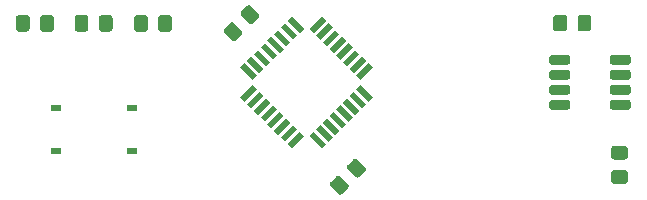
<source format=gbr>
G04 #@! TF.GenerationSoftware,KiCad,Pcbnew,(5.1.5-0-10_14)*
G04 #@! TF.CreationDate,2021-11-19T11:56:32-05:00*
G04 #@! TF.ProjectId,MinimalSAMD21,4d696e69-6d61-46c5-9341-4d4432312e6b,rev?*
G04 #@! TF.SameCoordinates,Original*
G04 #@! TF.FileFunction,Paste,Top*
G04 #@! TF.FilePolarity,Positive*
%FSLAX46Y46*%
G04 Gerber Fmt 4.6, Leading zero omitted, Abs format (unit mm)*
G04 Created by KiCad (PCBNEW (5.1.5-0-10_14)) date 2021-11-19 11:56:32*
%MOMM*%
%LPD*%
G04 APERTURE LIST*
%ADD10C,0.100000*%
%ADD11R,0.952500X0.558800*%
G04 APERTURE END LIST*
D10*
G36*
X167660900Y-87478412D02*
G01*
X167685168Y-87482012D01*
X167708967Y-87487973D01*
X167732066Y-87496238D01*
X167754245Y-87506728D01*
X167775288Y-87519340D01*
X167794994Y-87533955D01*
X167813172Y-87550431D01*
X168449569Y-88186828D01*
X168466045Y-88205006D01*
X168480660Y-88224712D01*
X168493272Y-88245755D01*
X168503762Y-88267934D01*
X168512027Y-88291033D01*
X168517988Y-88314832D01*
X168521588Y-88339100D01*
X168522792Y-88363604D01*
X168521588Y-88388108D01*
X168517988Y-88412376D01*
X168512027Y-88436175D01*
X168503762Y-88459274D01*
X168493272Y-88481453D01*
X168480660Y-88502496D01*
X168466045Y-88522202D01*
X168449569Y-88540380D01*
X167989948Y-89000001D01*
X167971770Y-89016477D01*
X167952064Y-89031092D01*
X167931021Y-89043704D01*
X167908842Y-89054194D01*
X167885743Y-89062459D01*
X167861944Y-89068420D01*
X167837676Y-89072020D01*
X167813172Y-89073224D01*
X167788668Y-89072020D01*
X167764400Y-89068420D01*
X167740601Y-89062459D01*
X167717502Y-89054194D01*
X167695323Y-89043704D01*
X167674280Y-89031092D01*
X167654574Y-89016477D01*
X167636396Y-89000001D01*
X166999999Y-88363604D01*
X166983523Y-88345426D01*
X166968908Y-88325720D01*
X166956296Y-88304677D01*
X166945806Y-88282498D01*
X166937541Y-88259399D01*
X166931580Y-88235600D01*
X166927980Y-88211332D01*
X166926776Y-88186828D01*
X166927980Y-88162324D01*
X166931580Y-88138056D01*
X166937541Y-88114257D01*
X166945806Y-88091158D01*
X166956296Y-88068979D01*
X166968908Y-88047936D01*
X166983523Y-88028230D01*
X166999999Y-88010052D01*
X167459620Y-87550431D01*
X167477798Y-87533955D01*
X167497504Y-87519340D01*
X167518547Y-87506728D01*
X167540726Y-87496238D01*
X167563825Y-87487973D01*
X167587624Y-87482012D01*
X167611892Y-87478412D01*
X167636396Y-87477208D01*
X167660900Y-87478412D01*
G37*
G36*
X166211332Y-88927980D02*
G01*
X166235600Y-88931580D01*
X166259399Y-88937541D01*
X166282498Y-88945806D01*
X166304677Y-88956296D01*
X166325720Y-88968908D01*
X166345426Y-88983523D01*
X166363604Y-88999999D01*
X167000001Y-89636396D01*
X167016477Y-89654574D01*
X167031092Y-89674280D01*
X167043704Y-89695323D01*
X167054194Y-89717502D01*
X167062459Y-89740601D01*
X167068420Y-89764400D01*
X167072020Y-89788668D01*
X167073224Y-89813172D01*
X167072020Y-89837676D01*
X167068420Y-89861944D01*
X167062459Y-89885743D01*
X167054194Y-89908842D01*
X167043704Y-89931021D01*
X167031092Y-89952064D01*
X167016477Y-89971770D01*
X167000001Y-89989948D01*
X166540380Y-90449569D01*
X166522202Y-90466045D01*
X166502496Y-90480660D01*
X166481453Y-90493272D01*
X166459274Y-90503762D01*
X166436175Y-90512027D01*
X166412376Y-90517988D01*
X166388108Y-90521588D01*
X166363604Y-90522792D01*
X166339100Y-90521588D01*
X166314832Y-90517988D01*
X166291033Y-90512027D01*
X166267934Y-90503762D01*
X166245755Y-90493272D01*
X166224712Y-90480660D01*
X166205006Y-90466045D01*
X166186828Y-90449569D01*
X165550431Y-89813172D01*
X165533955Y-89794994D01*
X165519340Y-89775288D01*
X165506728Y-89754245D01*
X165496238Y-89732066D01*
X165487973Y-89708967D01*
X165482012Y-89685168D01*
X165478412Y-89660900D01*
X165477208Y-89636396D01*
X165478412Y-89611892D01*
X165482012Y-89587624D01*
X165487973Y-89563825D01*
X165496238Y-89540726D01*
X165506728Y-89518547D01*
X165519340Y-89497504D01*
X165533955Y-89477798D01*
X165550431Y-89459620D01*
X166010052Y-88999999D01*
X166028230Y-88983523D01*
X166047936Y-88968908D01*
X166068979Y-88956296D01*
X166091158Y-88945806D01*
X166114257Y-88937541D01*
X166138056Y-88931580D01*
X166162324Y-88927980D01*
X166186828Y-88926776D01*
X166211332Y-88927980D01*
G37*
D11*
X151326650Y-96161800D03*
X151326650Y-99870200D03*
X157689350Y-99870200D03*
X157689350Y-96161800D03*
D10*
G36*
X155857505Y-88317204D02*
G01*
X155881773Y-88320804D01*
X155905572Y-88326765D01*
X155928671Y-88335030D01*
X155950850Y-88345520D01*
X155971893Y-88358132D01*
X155991599Y-88372747D01*
X156009777Y-88389223D01*
X156026253Y-88407401D01*
X156040868Y-88427107D01*
X156053480Y-88448150D01*
X156063970Y-88470329D01*
X156072235Y-88493428D01*
X156078196Y-88517227D01*
X156081796Y-88541495D01*
X156083000Y-88565999D01*
X156083000Y-89466001D01*
X156081796Y-89490505D01*
X156078196Y-89514773D01*
X156072235Y-89538572D01*
X156063970Y-89561671D01*
X156053480Y-89583850D01*
X156040868Y-89604893D01*
X156026253Y-89624599D01*
X156009777Y-89642777D01*
X155991599Y-89659253D01*
X155971893Y-89673868D01*
X155950850Y-89686480D01*
X155928671Y-89696970D01*
X155905572Y-89705235D01*
X155881773Y-89711196D01*
X155857505Y-89714796D01*
X155833001Y-89716000D01*
X155182999Y-89716000D01*
X155158495Y-89714796D01*
X155134227Y-89711196D01*
X155110428Y-89705235D01*
X155087329Y-89696970D01*
X155065150Y-89686480D01*
X155044107Y-89673868D01*
X155024401Y-89659253D01*
X155006223Y-89642777D01*
X154989747Y-89624599D01*
X154975132Y-89604893D01*
X154962520Y-89583850D01*
X154952030Y-89561671D01*
X154943765Y-89538572D01*
X154937804Y-89514773D01*
X154934204Y-89490505D01*
X154933000Y-89466001D01*
X154933000Y-88565999D01*
X154934204Y-88541495D01*
X154937804Y-88517227D01*
X154943765Y-88493428D01*
X154952030Y-88470329D01*
X154962520Y-88448150D01*
X154975132Y-88427107D01*
X154989747Y-88407401D01*
X155006223Y-88389223D01*
X155024401Y-88372747D01*
X155044107Y-88358132D01*
X155065150Y-88345520D01*
X155087329Y-88335030D01*
X155110428Y-88326765D01*
X155134227Y-88320804D01*
X155158495Y-88317204D01*
X155182999Y-88316000D01*
X155833001Y-88316000D01*
X155857505Y-88317204D01*
G37*
G36*
X153807505Y-88317204D02*
G01*
X153831773Y-88320804D01*
X153855572Y-88326765D01*
X153878671Y-88335030D01*
X153900850Y-88345520D01*
X153921893Y-88358132D01*
X153941599Y-88372747D01*
X153959777Y-88389223D01*
X153976253Y-88407401D01*
X153990868Y-88427107D01*
X154003480Y-88448150D01*
X154013970Y-88470329D01*
X154022235Y-88493428D01*
X154028196Y-88517227D01*
X154031796Y-88541495D01*
X154033000Y-88565999D01*
X154033000Y-89466001D01*
X154031796Y-89490505D01*
X154028196Y-89514773D01*
X154022235Y-89538572D01*
X154013970Y-89561671D01*
X154003480Y-89583850D01*
X153990868Y-89604893D01*
X153976253Y-89624599D01*
X153959777Y-89642777D01*
X153941599Y-89659253D01*
X153921893Y-89673868D01*
X153900850Y-89686480D01*
X153878671Y-89696970D01*
X153855572Y-89705235D01*
X153831773Y-89711196D01*
X153807505Y-89714796D01*
X153783001Y-89716000D01*
X153132999Y-89716000D01*
X153108495Y-89714796D01*
X153084227Y-89711196D01*
X153060428Y-89705235D01*
X153037329Y-89696970D01*
X153015150Y-89686480D01*
X152994107Y-89673868D01*
X152974401Y-89659253D01*
X152956223Y-89642777D01*
X152939747Y-89624599D01*
X152925132Y-89604893D01*
X152912520Y-89583850D01*
X152902030Y-89561671D01*
X152893765Y-89538572D01*
X152887804Y-89514773D01*
X152884204Y-89490505D01*
X152883000Y-89466001D01*
X152883000Y-88565999D01*
X152884204Y-88541495D01*
X152887804Y-88517227D01*
X152893765Y-88493428D01*
X152902030Y-88470329D01*
X152912520Y-88448150D01*
X152925132Y-88427107D01*
X152939747Y-88407401D01*
X152956223Y-88389223D01*
X152974401Y-88372747D01*
X152994107Y-88358132D01*
X153015150Y-88345520D01*
X153037329Y-88335030D01*
X153060428Y-88326765D01*
X153084227Y-88320804D01*
X153108495Y-88317204D01*
X153132999Y-88316000D01*
X153783001Y-88316000D01*
X153807505Y-88317204D01*
G37*
G36*
X150882505Y-88317204D02*
G01*
X150906773Y-88320804D01*
X150930572Y-88326765D01*
X150953671Y-88335030D01*
X150975850Y-88345520D01*
X150996893Y-88358132D01*
X151016599Y-88372747D01*
X151034777Y-88389223D01*
X151051253Y-88407401D01*
X151065868Y-88427107D01*
X151078480Y-88448150D01*
X151088970Y-88470329D01*
X151097235Y-88493428D01*
X151103196Y-88517227D01*
X151106796Y-88541495D01*
X151108000Y-88565999D01*
X151108000Y-89466001D01*
X151106796Y-89490505D01*
X151103196Y-89514773D01*
X151097235Y-89538572D01*
X151088970Y-89561671D01*
X151078480Y-89583850D01*
X151065868Y-89604893D01*
X151051253Y-89624599D01*
X151034777Y-89642777D01*
X151016599Y-89659253D01*
X150996893Y-89673868D01*
X150975850Y-89686480D01*
X150953671Y-89696970D01*
X150930572Y-89705235D01*
X150906773Y-89711196D01*
X150882505Y-89714796D01*
X150858001Y-89716000D01*
X150207999Y-89716000D01*
X150183495Y-89714796D01*
X150159227Y-89711196D01*
X150135428Y-89705235D01*
X150112329Y-89696970D01*
X150090150Y-89686480D01*
X150069107Y-89673868D01*
X150049401Y-89659253D01*
X150031223Y-89642777D01*
X150014747Y-89624599D01*
X150000132Y-89604893D01*
X149987520Y-89583850D01*
X149977030Y-89561671D01*
X149968765Y-89538572D01*
X149962804Y-89514773D01*
X149959204Y-89490505D01*
X149958000Y-89466001D01*
X149958000Y-88565999D01*
X149959204Y-88541495D01*
X149962804Y-88517227D01*
X149968765Y-88493428D01*
X149977030Y-88470329D01*
X149987520Y-88448150D01*
X150000132Y-88427107D01*
X150014747Y-88407401D01*
X150031223Y-88389223D01*
X150049401Y-88372747D01*
X150069107Y-88358132D01*
X150090150Y-88345520D01*
X150112329Y-88335030D01*
X150135428Y-88326765D01*
X150159227Y-88320804D01*
X150183495Y-88317204D01*
X150207999Y-88316000D01*
X150858001Y-88316000D01*
X150882505Y-88317204D01*
G37*
G36*
X148832505Y-88317204D02*
G01*
X148856773Y-88320804D01*
X148880572Y-88326765D01*
X148903671Y-88335030D01*
X148925850Y-88345520D01*
X148946893Y-88358132D01*
X148966599Y-88372747D01*
X148984777Y-88389223D01*
X149001253Y-88407401D01*
X149015868Y-88427107D01*
X149028480Y-88448150D01*
X149038970Y-88470329D01*
X149047235Y-88493428D01*
X149053196Y-88517227D01*
X149056796Y-88541495D01*
X149058000Y-88565999D01*
X149058000Y-89466001D01*
X149056796Y-89490505D01*
X149053196Y-89514773D01*
X149047235Y-89538572D01*
X149038970Y-89561671D01*
X149028480Y-89583850D01*
X149015868Y-89604893D01*
X149001253Y-89624599D01*
X148984777Y-89642777D01*
X148966599Y-89659253D01*
X148946893Y-89673868D01*
X148925850Y-89686480D01*
X148903671Y-89696970D01*
X148880572Y-89705235D01*
X148856773Y-89711196D01*
X148832505Y-89714796D01*
X148808001Y-89716000D01*
X148157999Y-89716000D01*
X148133495Y-89714796D01*
X148109227Y-89711196D01*
X148085428Y-89705235D01*
X148062329Y-89696970D01*
X148040150Y-89686480D01*
X148019107Y-89673868D01*
X147999401Y-89659253D01*
X147981223Y-89642777D01*
X147964747Y-89624599D01*
X147950132Y-89604893D01*
X147937520Y-89583850D01*
X147927030Y-89561671D01*
X147918765Y-89538572D01*
X147912804Y-89514773D01*
X147909204Y-89490505D01*
X147908000Y-89466001D01*
X147908000Y-88565999D01*
X147909204Y-88541495D01*
X147912804Y-88517227D01*
X147918765Y-88493428D01*
X147927030Y-88470329D01*
X147937520Y-88448150D01*
X147950132Y-88427107D01*
X147964747Y-88407401D01*
X147981223Y-88389223D01*
X147999401Y-88372747D01*
X148019107Y-88358132D01*
X148040150Y-88345520D01*
X148062329Y-88335030D01*
X148085428Y-88326765D01*
X148109227Y-88320804D01*
X148133495Y-88317204D01*
X148157999Y-88316000D01*
X148808001Y-88316000D01*
X148832505Y-88317204D01*
G37*
G36*
X176660900Y-100478412D02*
G01*
X176685168Y-100482012D01*
X176708967Y-100487973D01*
X176732066Y-100496238D01*
X176754245Y-100506728D01*
X176775288Y-100519340D01*
X176794994Y-100533955D01*
X176813172Y-100550431D01*
X177449569Y-101186828D01*
X177466045Y-101205006D01*
X177480660Y-101224712D01*
X177493272Y-101245755D01*
X177503762Y-101267934D01*
X177512027Y-101291033D01*
X177517988Y-101314832D01*
X177521588Y-101339100D01*
X177522792Y-101363604D01*
X177521588Y-101388108D01*
X177517988Y-101412376D01*
X177512027Y-101436175D01*
X177503762Y-101459274D01*
X177493272Y-101481453D01*
X177480660Y-101502496D01*
X177466045Y-101522202D01*
X177449569Y-101540380D01*
X176989948Y-102000001D01*
X176971770Y-102016477D01*
X176952064Y-102031092D01*
X176931021Y-102043704D01*
X176908842Y-102054194D01*
X176885743Y-102062459D01*
X176861944Y-102068420D01*
X176837676Y-102072020D01*
X176813172Y-102073224D01*
X176788668Y-102072020D01*
X176764400Y-102068420D01*
X176740601Y-102062459D01*
X176717502Y-102054194D01*
X176695323Y-102043704D01*
X176674280Y-102031092D01*
X176654574Y-102016477D01*
X176636396Y-102000001D01*
X175999999Y-101363604D01*
X175983523Y-101345426D01*
X175968908Y-101325720D01*
X175956296Y-101304677D01*
X175945806Y-101282498D01*
X175937541Y-101259399D01*
X175931580Y-101235600D01*
X175927980Y-101211332D01*
X175926776Y-101186828D01*
X175927980Y-101162324D01*
X175931580Y-101138056D01*
X175937541Y-101114257D01*
X175945806Y-101091158D01*
X175956296Y-101068979D01*
X175968908Y-101047936D01*
X175983523Y-101028230D01*
X175999999Y-101010052D01*
X176459620Y-100550431D01*
X176477798Y-100533955D01*
X176497504Y-100519340D01*
X176518547Y-100506728D01*
X176540726Y-100496238D01*
X176563825Y-100487973D01*
X176587624Y-100482012D01*
X176611892Y-100478412D01*
X176636396Y-100477208D01*
X176660900Y-100478412D01*
G37*
G36*
X175211332Y-101927980D02*
G01*
X175235600Y-101931580D01*
X175259399Y-101937541D01*
X175282498Y-101945806D01*
X175304677Y-101956296D01*
X175325720Y-101968908D01*
X175345426Y-101983523D01*
X175363604Y-101999999D01*
X176000001Y-102636396D01*
X176016477Y-102654574D01*
X176031092Y-102674280D01*
X176043704Y-102695323D01*
X176054194Y-102717502D01*
X176062459Y-102740601D01*
X176068420Y-102764400D01*
X176072020Y-102788668D01*
X176073224Y-102813172D01*
X176072020Y-102837676D01*
X176068420Y-102861944D01*
X176062459Y-102885743D01*
X176054194Y-102908842D01*
X176043704Y-102931021D01*
X176031092Y-102952064D01*
X176016477Y-102971770D01*
X176000001Y-102989948D01*
X175540380Y-103449569D01*
X175522202Y-103466045D01*
X175502496Y-103480660D01*
X175481453Y-103493272D01*
X175459274Y-103503762D01*
X175436175Y-103512027D01*
X175412376Y-103517988D01*
X175388108Y-103521588D01*
X175363604Y-103522792D01*
X175339100Y-103521588D01*
X175314832Y-103517988D01*
X175291033Y-103512027D01*
X175267934Y-103503762D01*
X175245755Y-103493272D01*
X175224712Y-103480660D01*
X175205006Y-103466045D01*
X175186828Y-103449569D01*
X174550431Y-102813172D01*
X174533955Y-102794994D01*
X174519340Y-102775288D01*
X174506728Y-102754245D01*
X174496238Y-102732066D01*
X174487973Y-102708967D01*
X174482012Y-102685168D01*
X174478412Y-102660900D01*
X174477208Y-102636396D01*
X174478412Y-102611892D01*
X174482012Y-102587624D01*
X174487973Y-102563825D01*
X174496238Y-102540726D01*
X174506728Y-102518547D01*
X174519340Y-102497504D01*
X174533955Y-102477798D01*
X174550431Y-102459620D01*
X175010052Y-101999999D01*
X175028230Y-101983523D01*
X175047936Y-101968908D01*
X175068979Y-101956296D01*
X175091158Y-101945806D01*
X175114257Y-101937541D01*
X175138056Y-101931580D01*
X175162324Y-101927980D01*
X175186828Y-101926776D01*
X175211332Y-101927980D01*
G37*
G36*
X160882505Y-88317204D02*
G01*
X160906773Y-88320804D01*
X160930572Y-88326765D01*
X160953671Y-88335030D01*
X160975850Y-88345520D01*
X160996893Y-88358132D01*
X161016599Y-88372747D01*
X161034777Y-88389223D01*
X161051253Y-88407401D01*
X161065868Y-88427107D01*
X161078480Y-88448150D01*
X161088970Y-88470329D01*
X161097235Y-88493428D01*
X161103196Y-88517227D01*
X161106796Y-88541495D01*
X161108000Y-88565999D01*
X161108000Y-89466001D01*
X161106796Y-89490505D01*
X161103196Y-89514773D01*
X161097235Y-89538572D01*
X161088970Y-89561671D01*
X161078480Y-89583850D01*
X161065868Y-89604893D01*
X161051253Y-89624599D01*
X161034777Y-89642777D01*
X161016599Y-89659253D01*
X160996893Y-89673868D01*
X160975850Y-89686480D01*
X160953671Y-89696970D01*
X160930572Y-89705235D01*
X160906773Y-89711196D01*
X160882505Y-89714796D01*
X160858001Y-89716000D01*
X160207999Y-89716000D01*
X160183495Y-89714796D01*
X160159227Y-89711196D01*
X160135428Y-89705235D01*
X160112329Y-89696970D01*
X160090150Y-89686480D01*
X160069107Y-89673868D01*
X160049401Y-89659253D01*
X160031223Y-89642777D01*
X160014747Y-89624599D01*
X160000132Y-89604893D01*
X159987520Y-89583850D01*
X159977030Y-89561671D01*
X159968765Y-89538572D01*
X159962804Y-89514773D01*
X159959204Y-89490505D01*
X159958000Y-89466001D01*
X159958000Y-88565999D01*
X159959204Y-88541495D01*
X159962804Y-88517227D01*
X159968765Y-88493428D01*
X159977030Y-88470329D01*
X159987520Y-88448150D01*
X160000132Y-88427107D01*
X160014747Y-88407401D01*
X160031223Y-88389223D01*
X160049401Y-88372747D01*
X160069107Y-88358132D01*
X160090150Y-88345520D01*
X160112329Y-88335030D01*
X160135428Y-88326765D01*
X160159227Y-88320804D01*
X160183495Y-88317204D01*
X160207999Y-88316000D01*
X160858001Y-88316000D01*
X160882505Y-88317204D01*
G37*
G36*
X158832505Y-88317204D02*
G01*
X158856773Y-88320804D01*
X158880572Y-88326765D01*
X158903671Y-88335030D01*
X158925850Y-88345520D01*
X158946893Y-88358132D01*
X158966599Y-88372747D01*
X158984777Y-88389223D01*
X159001253Y-88407401D01*
X159015868Y-88427107D01*
X159028480Y-88448150D01*
X159038970Y-88470329D01*
X159047235Y-88493428D01*
X159053196Y-88517227D01*
X159056796Y-88541495D01*
X159058000Y-88565999D01*
X159058000Y-89466001D01*
X159056796Y-89490505D01*
X159053196Y-89514773D01*
X159047235Y-89538572D01*
X159038970Y-89561671D01*
X159028480Y-89583850D01*
X159015868Y-89604893D01*
X159001253Y-89624599D01*
X158984777Y-89642777D01*
X158966599Y-89659253D01*
X158946893Y-89673868D01*
X158925850Y-89686480D01*
X158903671Y-89696970D01*
X158880572Y-89705235D01*
X158856773Y-89711196D01*
X158832505Y-89714796D01*
X158808001Y-89716000D01*
X158157999Y-89716000D01*
X158133495Y-89714796D01*
X158109227Y-89711196D01*
X158085428Y-89705235D01*
X158062329Y-89696970D01*
X158040150Y-89686480D01*
X158019107Y-89673868D01*
X157999401Y-89659253D01*
X157981223Y-89642777D01*
X157964747Y-89624599D01*
X157950132Y-89604893D01*
X157937520Y-89583850D01*
X157927030Y-89561671D01*
X157918765Y-89538572D01*
X157912804Y-89514773D01*
X157909204Y-89490505D01*
X157908000Y-89466001D01*
X157908000Y-88565999D01*
X157909204Y-88541495D01*
X157912804Y-88517227D01*
X157918765Y-88493428D01*
X157927030Y-88470329D01*
X157937520Y-88448150D01*
X157950132Y-88427107D01*
X157964747Y-88407401D01*
X157981223Y-88389223D01*
X157999401Y-88372747D01*
X158019107Y-88358132D01*
X158040150Y-88345520D01*
X158062329Y-88335030D01*
X158085428Y-88326765D01*
X158109227Y-88320804D01*
X158133495Y-88317204D01*
X158157999Y-88316000D01*
X158808001Y-88316000D01*
X158832505Y-88317204D01*
G37*
G36*
X168315990Y-94607424D02*
G01*
X167274280Y-95649134D01*
X166915070Y-95289924D01*
X167956780Y-94248214D01*
X168315990Y-94607424D01*
G37*
G36*
X168881674Y-95173108D02*
G01*
X167839964Y-96214818D01*
X167480754Y-95855608D01*
X168522464Y-94813898D01*
X168881674Y-95173108D01*
G37*
G36*
X169447360Y-95738794D02*
G01*
X168405650Y-96780504D01*
X168046440Y-96421294D01*
X169088150Y-95379584D01*
X169447360Y-95738794D01*
G37*
G36*
X170013046Y-96304480D02*
G01*
X168971336Y-97346190D01*
X168612126Y-96986980D01*
X169653836Y-95945270D01*
X170013046Y-96304480D01*
G37*
G36*
X170578730Y-96870164D02*
G01*
X169537020Y-97911874D01*
X169177810Y-97552664D01*
X170219520Y-96510954D01*
X170578730Y-96870164D01*
G37*
G36*
X171144416Y-97435850D02*
G01*
X170102706Y-98477560D01*
X169743496Y-98118350D01*
X170785206Y-97076640D01*
X171144416Y-97435850D01*
G37*
G36*
X171710101Y-98001535D02*
G01*
X170668391Y-99043245D01*
X170309181Y-98684035D01*
X171350891Y-97642325D01*
X171710101Y-98001535D01*
G37*
G36*
X172275786Y-98567220D02*
G01*
X171234076Y-99608930D01*
X170874866Y-99249720D01*
X171916576Y-98208010D01*
X172275786Y-98567220D01*
G37*
G36*
X173781924Y-99608930D02*
G01*
X172740214Y-98567220D01*
X173099424Y-98208010D01*
X174141134Y-99249720D01*
X173781924Y-99608930D01*
G37*
G36*
X174347608Y-99043246D02*
G01*
X173305898Y-98001536D01*
X173665108Y-97642326D01*
X174706818Y-98684036D01*
X174347608Y-99043246D01*
G37*
G36*
X174913294Y-98477560D02*
G01*
X173871584Y-97435850D01*
X174230794Y-97076640D01*
X175272504Y-98118350D01*
X174913294Y-98477560D01*
G37*
G36*
X175478980Y-97911874D02*
G01*
X174437270Y-96870164D01*
X174796480Y-96510954D01*
X175838190Y-97552664D01*
X175478980Y-97911874D01*
G37*
G36*
X176044664Y-97346190D02*
G01*
X175002954Y-96304480D01*
X175362164Y-95945270D01*
X176403874Y-96986980D01*
X176044664Y-97346190D01*
G37*
G36*
X176610350Y-96780504D02*
G01*
X175568640Y-95738794D01*
X175927850Y-95379584D01*
X176969560Y-96421294D01*
X176610350Y-96780504D01*
G37*
G36*
X177176035Y-96214819D02*
G01*
X176134325Y-95173109D01*
X176493535Y-94813899D01*
X177535245Y-95855609D01*
X177176035Y-96214819D01*
G37*
G36*
X177741720Y-95649134D02*
G01*
X176700010Y-94607424D01*
X177059220Y-94248214D01*
X178100930Y-95289924D01*
X177741720Y-95649134D01*
G37*
G36*
X178100930Y-92742076D02*
G01*
X177059220Y-93783786D01*
X176700010Y-93424576D01*
X177741720Y-92382866D01*
X178100930Y-92742076D01*
G37*
G36*
X177535246Y-92176392D02*
G01*
X176493536Y-93218102D01*
X176134326Y-92858892D01*
X177176036Y-91817182D01*
X177535246Y-92176392D01*
G37*
G36*
X176969560Y-91610706D02*
G01*
X175927850Y-92652416D01*
X175568640Y-92293206D01*
X176610350Y-91251496D01*
X176969560Y-91610706D01*
G37*
G36*
X176403874Y-91045020D02*
G01*
X175362164Y-92086730D01*
X175002954Y-91727520D01*
X176044664Y-90685810D01*
X176403874Y-91045020D01*
G37*
G36*
X175838190Y-90479336D02*
G01*
X174796480Y-91521046D01*
X174437270Y-91161836D01*
X175478980Y-90120126D01*
X175838190Y-90479336D01*
G37*
G36*
X175272504Y-89913650D02*
G01*
X174230794Y-90955360D01*
X173871584Y-90596150D01*
X174913294Y-89554440D01*
X175272504Y-89913650D01*
G37*
G36*
X174706819Y-89347965D02*
G01*
X173665109Y-90389675D01*
X173305899Y-90030465D01*
X174347609Y-88988755D01*
X174706819Y-89347965D01*
G37*
G36*
X174141134Y-88782280D02*
G01*
X173099424Y-89823990D01*
X172740214Y-89464780D01*
X173781924Y-88423070D01*
X174141134Y-88782280D01*
G37*
G36*
X171916576Y-89823990D02*
G01*
X170874866Y-88782280D01*
X171234076Y-88423070D01*
X172275786Y-89464780D01*
X171916576Y-89823990D01*
G37*
G36*
X171350892Y-90389674D02*
G01*
X170309182Y-89347964D01*
X170668392Y-88988754D01*
X171710102Y-90030464D01*
X171350892Y-90389674D01*
G37*
G36*
X170785206Y-90955360D02*
G01*
X169743496Y-89913650D01*
X170102706Y-89554440D01*
X171144416Y-90596150D01*
X170785206Y-90955360D01*
G37*
G36*
X170219520Y-91521046D02*
G01*
X169177810Y-90479336D01*
X169537020Y-90120126D01*
X170578730Y-91161836D01*
X170219520Y-91521046D01*
G37*
G36*
X169653836Y-92086730D02*
G01*
X168612126Y-91045020D01*
X168971336Y-90685810D01*
X170013046Y-91727520D01*
X169653836Y-92086730D01*
G37*
G36*
X169088150Y-92652416D02*
G01*
X168046440Y-91610706D01*
X168405650Y-91251496D01*
X169447360Y-92293206D01*
X169088150Y-92652416D01*
G37*
G36*
X168522465Y-93218101D02*
G01*
X167480755Y-92176391D01*
X167839965Y-91817181D01*
X168881675Y-92858891D01*
X168522465Y-93218101D01*
G37*
G36*
X167956780Y-93783786D02*
G01*
X166915070Y-92742076D01*
X167274280Y-92382866D01*
X168315990Y-93424576D01*
X167956780Y-93783786D01*
G37*
G36*
X199777603Y-91711963D02*
G01*
X199797018Y-91714843D01*
X199816057Y-91719612D01*
X199834537Y-91726224D01*
X199852279Y-91734616D01*
X199869114Y-91744706D01*
X199884879Y-91756398D01*
X199899421Y-91769579D01*
X199912602Y-91784121D01*
X199924294Y-91799886D01*
X199934384Y-91816721D01*
X199942776Y-91834463D01*
X199949388Y-91852943D01*
X199954157Y-91871982D01*
X199957037Y-91891397D01*
X199958000Y-91911000D01*
X199958000Y-92311000D01*
X199957037Y-92330603D01*
X199954157Y-92350018D01*
X199949388Y-92369057D01*
X199942776Y-92387537D01*
X199934384Y-92405279D01*
X199924294Y-92422114D01*
X199912602Y-92437879D01*
X199899421Y-92452421D01*
X199884879Y-92465602D01*
X199869114Y-92477294D01*
X199852279Y-92487384D01*
X199834537Y-92495776D01*
X199816057Y-92502388D01*
X199797018Y-92507157D01*
X199777603Y-92510037D01*
X199758000Y-92511000D01*
X198408000Y-92511000D01*
X198388397Y-92510037D01*
X198368982Y-92507157D01*
X198349943Y-92502388D01*
X198331463Y-92495776D01*
X198313721Y-92487384D01*
X198296886Y-92477294D01*
X198281121Y-92465602D01*
X198266579Y-92452421D01*
X198253398Y-92437879D01*
X198241706Y-92422114D01*
X198231616Y-92405279D01*
X198223224Y-92387537D01*
X198216612Y-92369057D01*
X198211843Y-92350018D01*
X198208963Y-92330603D01*
X198208000Y-92311000D01*
X198208000Y-91911000D01*
X198208963Y-91891397D01*
X198211843Y-91871982D01*
X198216612Y-91852943D01*
X198223224Y-91834463D01*
X198231616Y-91816721D01*
X198241706Y-91799886D01*
X198253398Y-91784121D01*
X198266579Y-91769579D01*
X198281121Y-91756398D01*
X198296886Y-91744706D01*
X198313721Y-91734616D01*
X198331463Y-91726224D01*
X198349943Y-91719612D01*
X198368982Y-91714843D01*
X198388397Y-91711963D01*
X198408000Y-91711000D01*
X199758000Y-91711000D01*
X199777603Y-91711963D01*
G37*
G36*
X199777603Y-92981963D02*
G01*
X199797018Y-92984843D01*
X199816057Y-92989612D01*
X199834537Y-92996224D01*
X199852279Y-93004616D01*
X199869114Y-93014706D01*
X199884879Y-93026398D01*
X199899421Y-93039579D01*
X199912602Y-93054121D01*
X199924294Y-93069886D01*
X199934384Y-93086721D01*
X199942776Y-93104463D01*
X199949388Y-93122943D01*
X199954157Y-93141982D01*
X199957037Y-93161397D01*
X199958000Y-93181000D01*
X199958000Y-93581000D01*
X199957037Y-93600603D01*
X199954157Y-93620018D01*
X199949388Y-93639057D01*
X199942776Y-93657537D01*
X199934384Y-93675279D01*
X199924294Y-93692114D01*
X199912602Y-93707879D01*
X199899421Y-93722421D01*
X199884879Y-93735602D01*
X199869114Y-93747294D01*
X199852279Y-93757384D01*
X199834537Y-93765776D01*
X199816057Y-93772388D01*
X199797018Y-93777157D01*
X199777603Y-93780037D01*
X199758000Y-93781000D01*
X198408000Y-93781000D01*
X198388397Y-93780037D01*
X198368982Y-93777157D01*
X198349943Y-93772388D01*
X198331463Y-93765776D01*
X198313721Y-93757384D01*
X198296886Y-93747294D01*
X198281121Y-93735602D01*
X198266579Y-93722421D01*
X198253398Y-93707879D01*
X198241706Y-93692114D01*
X198231616Y-93675279D01*
X198223224Y-93657537D01*
X198216612Y-93639057D01*
X198211843Y-93620018D01*
X198208963Y-93600603D01*
X198208000Y-93581000D01*
X198208000Y-93181000D01*
X198208963Y-93161397D01*
X198211843Y-93141982D01*
X198216612Y-93122943D01*
X198223224Y-93104463D01*
X198231616Y-93086721D01*
X198241706Y-93069886D01*
X198253398Y-93054121D01*
X198266579Y-93039579D01*
X198281121Y-93026398D01*
X198296886Y-93014706D01*
X198313721Y-93004616D01*
X198331463Y-92996224D01*
X198349943Y-92989612D01*
X198368982Y-92984843D01*
X198388397Y-92981963D01*
X198408000Y-92981000D01*
X199758000Y-92981000D01*
X199777603Y-92981963D01*
G37*
G36*
X199777603Y-94251963D02*
G01*
X199797018Y-94254843D01*
X199816057Y-94259612D01*
X199834537Y-94266224D01*
X199852279Y-94274616D01*
X199869114Y-94284706D01*
X199884879Y-94296398D01*
X199899421Y-94309579D01*
X199912602Y-94324121D01*
X199924294Y-94339886D01*
X199934384Y-94356721D01*
X199942776Y-94374463D01*
X199949388Y-94392943D01*
X199954157Y-94411982D01*
X199957037Y-94431397D01*
X199958000Y-94451000D01*
X199958000Y-94851000D01*
X199957037Y-94870603D01*
X199954157Y-94890018D01*
X199949388Y-94909057D01*
X199942776Y-94927537D01*
X199934384Y-94945279D01*
X199924294Y-94962114D01*
X199912602Y-94977879D01*
X199899421Y-94992421D01*
X199884879Y-95005602D01*
X199869114Y-95017294D01*
X199852279Y-95027384D01*
X199834537Y-95035776D01*
X199816057Y-95042388D01*
X199797018Y-95047157D01*
X199777603Y-95050037D01*
X199758000Y-95051000D01*
X198408000Y-95051000D01*
X198388397Y-95050037D01*
X198368982Y-95047157D01*
X198349943Y-95042388D01*
X198331463Y-95035776D01*
X198313721Y-95027384D01*
X198296886Y-95017294D01*
X198281121Y-95005602D01*
X198266579Y-94992421D01*
X198253398Y-94977879D01*
X198241706Y-94962114D01*
X198231616Y-94945279D01*
X198223224Y-94927537D01*
X198216612Y-94909057D01*
X198211843Y-94890018D01*
X198208963Y-94870603D01*
X198208000Y-94851000D01*
X198208000Y-94451000D01*
X198208963Y-94431397D01*
X198211843Y-94411982D01*
X198216612Y-94392943D01*
X198223224Y-94374463D01*
X198231616Y-94356721D01*
X198241706Y-94339886D01*
X198253398Y-94324121D01*
X198266579Y-94309579D01*
X198281121Y-94296398D01*
X198296886Y-94284706D01*
X198313721Y-94274616D01*
X198331463Y-94266224D01*
X198349943Y-94259612D01*
X198368982Y-94254843D01*
X198388397Y-94251963D01*
X198408000Y-94251000D01*
X199758000Y-94251000D01*
X199777603Y-94251963D01*
G37*
G36*
X199777603Y-95521963D02*
G01*
X199797018Y-95524843D01*
X199816057Y-95529612D01*
X199834537Y-95536224D01*
X199852279Y-95544616D01*
X199869114Y-95554706D01*
X199884879Y-95566398D01*
X199899421Y-95579579D01*
X199912602Y-95594121D01*
X199924294Y-95609886D01*
X199934384Y-95626721D01*
X199942776Y-95644463D01*
X199949388Y-95662943D01*
X199954157Y-95681982D01*
X199957037Y-95701397D01*
X199958000Y-95721000D01*
X199958000Y-96121000D01*
X199957037Y-96140603D01*
X199954157Y-96160018D01*
X199949388Y-96179057D01*
X199942776Y-96197537D01*
X199934384Y-96215279D01*
X199924294Y-96232114D01*
X199912602Y-96247879D01*
X199899421Y-96262421D01*
X199884879Y-96275602D01*
X199869114Y-96287294D01*
X199852279Y-96297384D01*
X199834537Y-96305776D01*
X199816057Y-96312388D01*
X199797018Y-96317157D01*
X199777603Y-96320037D01*
X199758000Y-96321000D01*
X198408000Y-96321000D01*
X198388397Y-96320037D01*
X198368982Y-96317157D01*
X198349943Y-96312388D01*
X198331463Y-96305776D01*
X198313721Y-96297384D01*
X198296886Y-96287294D01*
X198281121Y-96275602D01*
X198266579Y-96262421D01*
X198253398Y-96247879D01*
X198241706Y-96232114D01*
X198231616Y-96215279D01*
X198223224Y-96197537D01*
X198216612Y-96179057D01*
X198211843Y-96160018D01*
X198208963Y-96140603D01*
X198208000Y-96121000D01*
X198208000Y-95721000D01*
X198208963Y-95701397D01*
X198211843Y-95681982D01*
X198216612Y-95662943D01*
X198223224Y-95644463D01*
X198231616Y-95626721D01*
X198241706Y-95609886D01*
X198253398Y-95594121D01*
X198266579Y-95579579D01*
X198281121Y-95566398D01*
X198296886Y-95554706D01*
X198313721Y-95544616D01*
X198331463Y-95536224D01*
X198349943Y-95529612D01*
X198368982Y-95524843D01*
X198388397Y-95521963D01*
X198408000Y-95521000D01*
X199758000Y-95521000D01*
X199777603Y-95521963D01*
G37*
G36*
X194627603Y-95521963D02*
G01*
X194647018Y-95524843D01*
X194666057Y-95529612D01*
X194684537Y-95536224D01*
X194702279Y-95544616D01*
X194719114Y-95554706D01*
X194734879Y-95566398D01*
X194749421Y-95579579D01*
X194762602Y-95594121D01*
X194774294Y-95609886D01*
X194784384Y-95626721D01*
X194792776Y-95644463D01*
X194799388Y-95662943D01*
X194804157Y-95681982D01*
X194807037Y-95701397D01*
X194808000Y-95721000D01*
X194808000Y-96121000D01*
X194807037Y-96140603D01*
X194804157Y-96160018D01*
X194799388Y-96179057D01*
X194792776Y-96197537D01*
X194784384Y-96215279D01*
X194774294Y-96232114D01*
X194762602Y-96247879D01*
X194749421Y-96262421D01*
X194734879Y-96275602D01*
X194719114Y-96287294D01*
X194702279Y-96297384D01*
X194684537Y-96305776D01*
X194666057Y-96312388D01*
X194647018Y-96317157D01*
X194627603Y-96320037D01*
X194608000Y-96321000D01*
X193258000Y-96321000D01*
X193238397Y-96320037D01*
X193218982Y-96317157D01*
X193199943Y-96312388D01*
X193181463Y-96305776D01*
X193163721Y-96297384D01*
X193146886Y-96287294D01*
X193131121Y-96275602D01*
X193116579Y-96262421D01*
X193103398Y-96247879D01*
X193091706Y-96232114D01*
X193081616Y-96215279D01*
X193073224Y-96197537D01*
X193066612Y-96179057D01*
X193061843Y-96160018D01*
X193058963Y-96140603D01*
X193058000Y-96121000D01*
X193058000Y-95721000D01*
X193058963Y-95701397D01*
X193061843Y-95681982D01*
X193066612Y-95662943D01*
X193073224Y-95644463D01*
X193081616Y-95626721D01*
X193091706Y-95609886D01*
X193103398Y-95594121D01*
X193116579Y-95579579D01*
X193131121Y-95566398D01*
X193146886Y-95554706D01*
X193163721Y-95544616D01*
X193181463Y-95536224D01*
X193199943Y-95529612D01*
X193218982Y-95524843D01*
X193238397Y-95521963D01*
X193258000Y-95521000D01*
X194608000Y-95521000D01*
X194627603Y-95521963D01*
G37*
G36*
X194627603Y-94251963D02*
G01*
X194647018Y-94254843D01*
X194666057Y-94259612D01*
X194684537Y-94266224D01*
X194702279Y-94274616D01*
X194719114Y-94284706D01*
X194734879Y-94296398D01*
X194749421Y-94309579D01*
X194762602Y-94324121D01*
X194774294Y-94339886D01*
X194784384Y-94356721D01*
X194792776Y-94374463D01*
X194799388Y-94392943D01*
X194804157Y-94411982D01*
X194807037Y-94431397D01*
X194808000Y-94451000D01*
X194808000Y-94851000D01*
X194807037Y-94870603D01*
X194804157Y-94890018D01*
X194799388Y-94909057D01*
X194792776Y-94927537D01*
X194784384Y-94945279D01*
X194774294Y-94962114D01*
X194762602Y-94977879D01*
X194749421Y-94992421D01*
X194734879Y-95005602D01*
X194719114Y-95017294D01*
X194702279Y-95027384D01*
X194684537Y-95035776D01*
X194666057Y-95042388D01*
X194647018Y-95047157D01*
X194627603Y-95050037D01*
X194608000Y-95051000D01*
X193258000Y-95051000D01*
X193238397Y-95050037D01*
X193218982Y-95047157D01*
X193199943Y-95042388D01*
X193181463Y-95035776D01*
X193163721Y-95027384D01*
X193146886Y-95017294D01*
X193131121Y-95005602D01*
X193116579Y-94992421D01*
X193103398Y-94977879D01*
X193091706Y-94962114D01*
X193081616Y-94945279D01*
X193073224Y-94927537D01*
X193066612Y-94909057D01*
X193061843Y-94890018D01*
X193058963Y-94870603D01*
X193058000Y-94851000D01*
X193058000Y-94451000D01*
X193058963Y-94431397D01*
X193061843Y-94411982D01*
X193066612Y-94392943D01*
X193073224Y-94374463D01*
X193081616Y-94356721D01*
X193091706Y-94339886D01*
X193103398Y-94324121D01*
X193116579Y-94309579D01*
X193131121Y-94296398D01*
X193146886Y-94284706D01*
X193163721Y-94274616D01*
X193181463Y-94266224D01*
X193199943Y-94259612D01*
X193218982Y-94254843D01*
X193238397Y-94251963D01*
X193258000Y-94251000D01*
X194608000Y-94251000D01*
X194627603Y-94251963D01*
G37*
G36*
X194627603Y-92981963D02*
G01*
X194647018Y-92984843D01*
X194666057Y-92989612D01*
X194684537Y-92996224D01*
X194702279Y-93004616D01*
X194719114Y-93014706D01*
X194734879Y-93026398D01*
X194749421Y-93039579D01*
X194762602Y-93054121D01*
X194774294Y-93069886D01*
X194784384Y-93086721D01*
X194792776Y-93104463D01*
X194799388Y-93122943D01*
X194804157Y-93141982D01*
X194807037Y-93161397D01*
X194808000Y-93181000D01*
X194808000Y-93581000D01*
X194807037Y-93600603D01*
X194804157Y-93620018D01*
X194799388Y-93639057D01*
X194792776Y-93657537D01*
X194784384Y-93675279D01*
X194774294Y-93692114D01*
X194762602Y-93707879D01*
X194749421Y-93722421D01*
X194734879Y-93735602D01*
X194719114Y-93747294D01*
X194702279Y-93757384D01*
X194684537Y-93765776D01*
X194666057Y-93772388D01*
X194647018Y-93777157D01*
X194627603Y-93780037D01*
X194608000Y-93781000D01*
X193258000Y-93781000D01*
X193238397Y-93780037D01*
X193218982Y-93777157D01*
X193199943Y-93772388D01*
X193181463Y-93765776D01*
X193163721Y-93757384D01*
X193146886Y-93747294D01*
X193131121Y-93735602D01*
X193116579Y-93722421D01*
X193103398Y-93707879D01*
X193091706Y-93692114D01*
X193081616Y-93675279D01*
X193073224Y-93657537D01*
X193066612Y-93639057D01*
X193061843Y-93620018D01*
X193058963Y-93600603D01*
X193058000Y-93581000D01*
X193058000Y-93181000D01*
X193058963Y-93161397D01*
X193061843Y-93141982D01*
X193066612Y-93122943D01*
X193073224Y-93104463D01*
X193081616Y-93086721D01*
X193091706Y-93069886D01*
X193103398Y-93054121D01*
X193116579Y-93039579D01*
X193131121Y-93026398D01*
X193146886Y-93014706D01*
X193163721Y-93004616D01*
X193181463Y-92996224D01*
X193199943Y-92989612D01*
X193218982Y-92984843D01*
X193238397Y-92981963D01*
X193258000Y-92981000D01*
X194608000Y-92981000D01*
X194627603Y-92981963D01*
G37*
G36*
X194627603Y-91711963D02*
G01*
X194647018Y-91714843D01*
X194666057Y-91719612D01*
X194684537Y-91726224D01*
X194702279Y-91734616D01*
X194719114Y-91744706D01*
X194734879Y-91756398D01*
X194749421Y-91769579D01*
X194762602Y-91784121D01*
X194774294Y-91799886D01*
X194784384Y-91816721D01*
X194792776Y-91834463D01*
X194799388Y-91852943D01*
X194804157Y-91871982D01*
X194807037Y-91891397D01*
X194808000Y-91911000D01*
X194808000Y-92311000D01*
X194807037Y-92330603D01*
X194804157Y-92350018D01*
X194799388Y-92369057D01*
X194792776Y-92387537D01*
X194784384Y-92405279D01*
X194774294Y-92422114D01*
X194762602Y-92437879D01*
X194749421Y-92452421D01*
X194734879Y-92465602D01*
X194719114Y-92477294D01*
X194702279Y-92487384D01*
X194684537Y-92495776D01*
X194666057Y-92502388D01*
X194647018Y-92507157D01*
X194627603Y-92510037D01*
X194608000Y-92511000D01*
X193258000Y-92511000D01*
X193238397Y-92510037D01*
X193218982Y-92507157D01*
X193199943Y-92502388D01*
X193181463Y-92495776D01*
X193163721Y-92487384D01*
X193146886Y-92477294D01*
X193131121Y-92465602D01*
X193116579Y-92452421D01*
X193103398Y-92437879D01*
X193091706Y-92422114D01*
X193081616Y-92405279D01*
X193073224Y-92387537D01*
X193066612Y-92369057D01*
X193061843Y-92350018D01*
X193058963Y-92330603D01*
X193058000Y-92311000D01*
X193058000Y-91911000D01*
X193058963Y-91891397D01*
X193061843Y-91871982D01*
X193066612Y-91852943D01*
X193073224Y-91834463D01*
X193081616Y-91816721D01*
X193091706Y-91799886D01*
X193103398Y-91784121D01*
X193116579Y-91769579D01*
X193131121Y-91756398D01*
X193146886Y-91744706D01*
X193163721Y-91734616D01*
X193181463Y-91726224D01*
X193199943Y-91719612D01*
X193218982Y-91714843D01*
X193238397Y-91711963D01*
X193258000Y-91711000D01*
X194608000Y-91711000D01*
X194627603Y-91711963D01*
G37*
G36*
X199474505Y-101451204D02*
G01*
X199498773Y-101454804D01*
X199522572Y-101460765D01*
X199545671Y-101469030D01*
X199567850Y-101479520D01*
X199588893Y-101492132D01*
X199608599Y-101506747D01*
X199626777Y-101523223D01*
X199643253Y-101541401D01*
X199657868Y-101561107D01*
X199670480Y-101582150D01*
X199680970Y-101604329D01*
X199689235Y-101627428D01*
X199695196Y-101651227D01*
X199698796Y-101675495D01*
X199700000Y-101699999D01*
X199700000Y-102350001D01*
X199698796Y-102374505D01*
X199695196Y-102398773D01*
X199689235Y-102422572D01*
X199680970Y-102445671D01*
X199670480Y-102467850D01*
X199657868Y-102488893D01*
X199643253Y-102508599D01*
X199626777Y-102526777D01*
X199608599Y-102543253D01*
X199588893Y-102557868D01*
X199567850Y-102570480D01*
X199545671Y-102580970D01*
X199522572Y-102589235D01*
X199498773Y-102595196D01*
X199474505Y-102598796D01*
X199450001Y-102600000D01*
X198549999Y-102600000D01*
X198525495Y-102598796D01*
X198501227Y-102595196D01*
X198477428Y-102589235D01*
X198454329Y-102580970D01*
X198432150Y-102570480D01*
X198411107Y-102557868D01*
X198391401Y-102543253D01*
X198373223Y-102526777D01*
X198356747Y-102508599D01*
X198342132Y-102488893D01*
X198329520Y-102467850D01*
X198319030Y-102445671D01*
X198310765Y-102422572D01*
X198304804Y-102398773D01*
X198301204Y-102374505D01*
X198300000Y-102350001D01*
X198300000Y-101699999D01*
X198301204Y-101675495D01*
X198304804Y-101651227D01*
X198310765Y-101627428D01*
X198319030Y-101604329D01*
X198329520Y-101582150D01*
X198342132Y-101561107D01*
X198356747Y-101541401D01*
X198373223Y-101523223D01*
X198391401Y-101506747D01*
X198411107Y-101492132D01*
X198432150Y-101479520D01*
X198454329Y-101469030D01*
X198477428Y-101460765D01*
X198501227Y-101454804D01*
X198525495Y-101451204D01*
X198549999Y-101450000D01*
X199450001Y-101450000D01*
X199474505Y-101451204D01*
G37*
G36*
X199474505Y-99401204D02*
G01*
X199498773Y-99404804D01*
X199522572Y-99410765D01*
X199545671Y-99419030D01*
X199567850Y-99429520D01*
X199588893Y-99442132D01*
X199608599Y-99456747D01*
X199626777Y-99473223D01*
X199643253Y-99491401D01*
X199657868Y-99511107D01*
X199670480Y-99532150D01*
X199680970Y-99554329D01*
X199689235Y-99577428D01*
X199695196Y-99601227D01*
X199698796Y-99625495D01*
X199700000Y-99649999D01*
X199700000Y-100300001D01*
X199698796Y-100324505D01*
X199695196Y-100348773D01*
X199689235Y-100372572D01*
X199680970Y-100395671D01*
X199670480Y-100417850D01*
X199657868Y-100438893D01*
X199643253Y-100458599D01*
X199626777Y-100476777D01*
X199608599Y-100493253D01*
X199588893Y-100507868D01*
X199567850Y-100520480D01*
X199545671Y-100530970D01*
X199522572Y-100539235D01*
X199498773Y-100545196D01*
X199474505Y-100548796D01*
X199450001Y-100550000D01*
X198549999Y-100550000D01*
X198525495Y-100548796D01*
X198501227Y-100545196D01*
X198477428Y-100539235D01*
X198454329Y-100530970D01*
X198432150Y-100520480D01*
X198411107Y-100507868D01*
X198391401Y-100493253D01*
X198373223Y-100476777D01*
X198356747Y-100458599D01*
X198342132Y-100438893D01*
X198329520Y-100417850D01*
X198319030Y-100395671D01*
X198310765Y-100372572D01*
X198304804Y-100348773D01*
X198301204Y-100324505D01*
X198300000Y-100300001D01*
X198300000Y-99649999D01*
X198301204Y-99625495D01*
X198304804Y-99601227D01*
X198310765Y-99577428D01*
X198319030Y-99554329D01*
X198329520Y-99532150D01*
X198342132Y-99511107D01*
X198356747Y-99491401D01*
X198373223Y-99473223D01*
X198391401Y-99456747D01*
X198411107Y-99442132D01*
X198432150Y-99429520D01*
X198454329Y-99419030D01*
X198477428Y-99410765D01*
X198501227Y-99404804D01*
X198525495Y-99401204D01*
X198549999Y-99400000D01*
X199450001Y-99400000D01*
X199474505Y-99401204D01*
G37*
G36*
X196374505Y-88301204D02*
G01*
X196398773Y-88304804D01*
X196422572Y-88310765D01*
X196445671Y-88319030D01*
X196467850Y-88329520D01*
X196488893Y-88342132D01*
X196508599Y-88356747D01*
X196526777Y-88373223D01*
X196543253Y-88391401D01*
X196557868Y-88411107D01*
X196570480Y-88432150D01*
X196580970Y-88454329D01*
X196589235Y-88477428D01*
X196595196Y-88501227D01*
X196598796Y-88525495D01*
X196600000Y-88549999D01*
X196600000Y-89450001D01*
X196598796Y-89474505D01*
X196595196Y-89498773D01*
X196589235Y-89522572D01*
X196580970Y-89545671D01*
X196570480Y-89567850D01*
X196557868Y-89588893D01*
X196543253Y-89608599D01*
X196526777Y-89626777D01*
X196508599Y-89643253D01*
X196488893Y-89657868D01*
X196467850Y-89670480D01*
X196445671Y-89680970D01*
X196422572Y-89689235D01*
X196398773Y-89695196D01*
X196374505Y-89698796D01*
X196350001Y-89700000D01*
X195699999Y-89700000D01*
X195675495Y-89698796D01*
X195651227Y-89695196D01*
X195627428Y-89689235D01*
X195604329Y-89680970D01*
X195582150Y-89670480D01*
X195561107Y-89657868D01*
X195541401Y-89643253D01*
X195523223Y-89626777D01*
X195506747Y-89608599D01*
X195492132Y-89588893D01*
X195479520Y-89567850D01*
X195469030Y-89545671D01*
X195460765Y-89522572D01*
X195454804Y-89498773D01*
X195451204Y-89474505D01*
X195450000Y-89450001D01*
X195450000Y-88549999D01*
X195451204Y-88525495D01*
X195454804Y-88501227D01*
X195460765Y-88477428D01*
X195469030Y-88454329D01*
X195479520Y-88432150D01*
X195492132Y-88411107D01*
X195506747Y-88391401D01*
X195523223Y-88373223D01*
X195541401Y-88356747D01*
X195561107Y-88342132D01*
X195582150Y-88329520D01*
X195604329Y-88319030D01*
X195627428Y-88310765D01*
X195651227Y-88304804D01*
X195675495Y-88301204D01*
X195699999Y-88300000D01*
X196350001Y-88300000D01*
X196374505Y-88301204D01*
G37*
G36*
X194324505Y-88301204D02*
G01*
X194348773Y-88304804D01*
X194372572Y-88310765D01*
X194395671Y-88319030D01*
X194417850Y-88329520D01*
X194438893Y-88342132D01*
X194458599Y-88356747D01*
X194476777Y-88373223D01*
X194493253Y-88391401D01*
X194507868Y-88411107D01*
X194520480Y-88432150D01*
X194530970Y-88454329D01*
X194539235Y-88477428D01*
X194545196Y-88501227D01*
X194548796Y-88525495D01*
X194550000Y-88549999D01*
X194550000Y-89450001D01*
X194548796Y-89474505D01*
X194545196Y-89498773D01*
X194539235Y-89522572D01*
X194530970Y-89545671D01*
X194520480Y-89567850D01*
X194507868Y-89588893D01*
X194493253Y-89608599D01*
X194476777Y-89626777D01*
X194458599Y-89643253D01*
X194438893Y-89657868D01*
X194417850Y-89670480D01*
X194395671Y-89680970D01*
X194372572Y-89689235D01*
X194348773Y-89695196D01*
X194324505Y-89698796D01*
X194300001Y-89700000D01*
X193649999Y-89700000D01*
X193625495Y-89698796D01*
X193601227Y-89695196D01*
X193577428Y-89689235D01*
X193554329Y-89680970D01*
X193532150Y-89670480D01*
X193511107Y-89657868D01*
X193491401Y-89643253D01*
X193473223Y-89626777D01*
X193456747Y-89608599D01*
X193442132Y-89588893D01*
X193429520Y-89567850D01*
X193419030Y-89545671D01*
X193410765Y-89522572D01*
X193404804Y-89498773D01*
X193401204Y-89474505D01*
X193400000Y-89450001D01*
X193400000Y-88549999D01*
X193401204Y-88525495D01*
X193404804Y-88501227D01*
X193410765Y-88477428D01*
X193419030Y-88454329D01*
X193429520Y-88432150D01*
X193442132Y-88411107D01*
X193456747Y-88391401D01*
X193473223Y-88373223D01*
X193491401Y-88356747D01*
X193511107Y-88342132D01*
X193532150Y-88329520D01*
X193554329Y-88319030D01*
X193577428Y-88310765D01*
X193601227Y-88304804D01*
X193625495Y-88301204D01*
X193649999Y-88300000D01*
X194300001Y-88300000D01*
X194324505Y-88301204D01*
G37*
M02*

</source>
